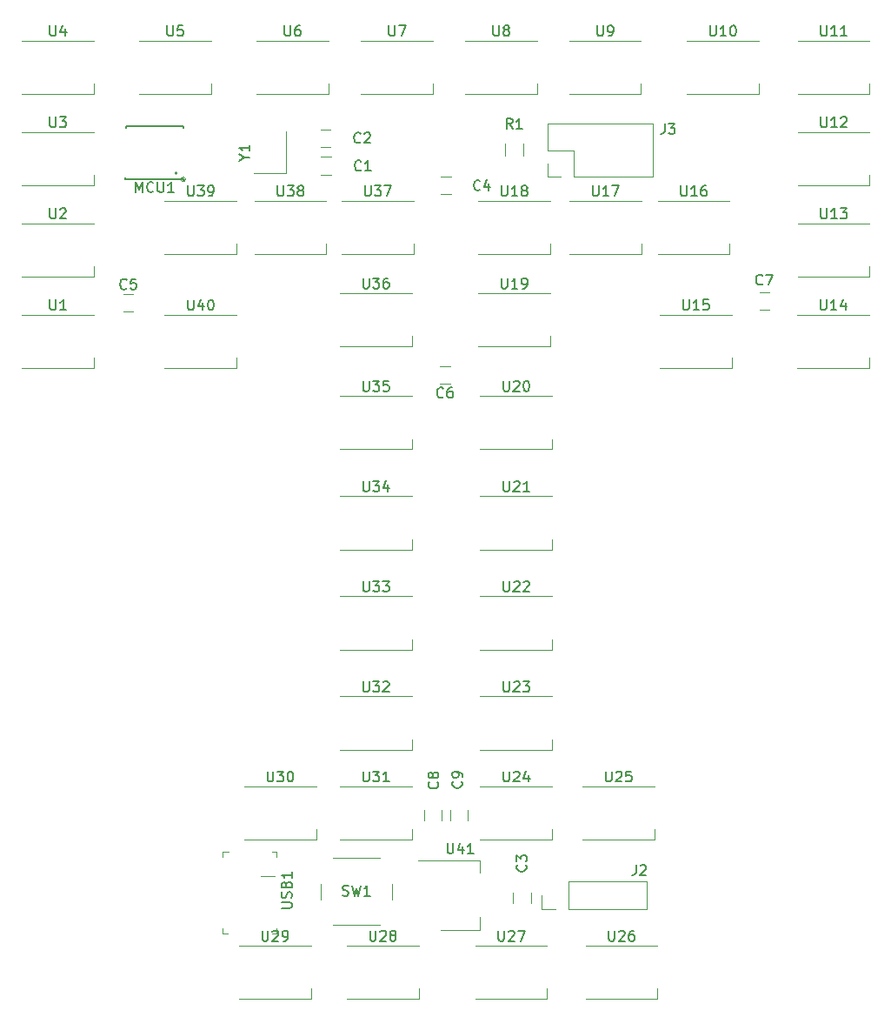
<source format=gbr>
G04 #@! TF.GenerationSoftware,KiCad,Pcbnew,(5.0.0)*
G04 #@! TF.CreationDate,2020-02-18T19:39:13-05:00*
G04 #@! TF.ProjectId,WS2812B Tiny T,575332383132422054696E7920542E6B,rev?*
G04 #@! TF.SameCoordinates,Original*
G04 #@! TF.FileFunction,Legend,Top*
G04 #@! TF.FilePolarity,Positive*
%FSLAX46Y46*%
G04 Gerber Fmt 4.6, Leading zero omitted, Abs format (unit mm)*
G04 Created by KiCad (PCBNEW (5.0.0)) date 02/18/20 19:39:13*
%MOMM*%
%LPD*%
G01*
G04 APERTURE LIST*
%ADD10C,0.120000*%
%ADD11C,0.100000*%
%ADD12C,0.150000*%
G04 APERTURE END LIST*
D10*
G04 #@! TO.C,U1*
X93162000Y-89912500D02*
X93162000Y-88912500D01*
X86162000Y-89912500D02*
X93162000Y-89912500D01*
X86162000Y-84712500D02*
X93162000Y-84712500D01*
G04 #@! TO.C,U2*
X86162000Y-75822500D02*
X93162000Y-75822500D01*
X86162000Y-81022500D02*
X93162000Y-81022500D01*
X93162000Y-81022500D02*
X93162000Y-80022500D01*
G04 #@! TO.C,U3*
X93162000Y-72132500D02*
X93162000Y-71132500D01*
X86162000Y-72132500D02*
X93162000Y-72132500D01*
X86162000Y-66932500D02*
X93162000Y-66932500D01*
G04 #@! TO.C,U4*
X86162000Y-58042500D02*
X93162000Y-58042500D01*
X86162000Y-63242500D02*
X93162000Y-63242500D01*
X93162000Y-63242500D02*
X93162000Y-62242500D01*
G04 #@! TO.C,U5*
X104592000Y-63242500D02*
X104592000Y-62242500D01*
X97592000Y-63242500D02*
X104592000Y-63242500D01*
X97592000Y-58042500D02*
X104592000Y-58042500D01*
G04 #@! TO.C,U6*
X109022000Y-58042500D02*
X116022000Y-58042500D01*
X109022000Y-63242500D02*
X116022000Y-63242500D01*
X116022000Y-63242500D02*
X116022000Y-62242500D01*
G04 #@! TO.C,U7*
X126182000Y-63242500D02*
X126182000Y-62242500D01*
X119182000Y-63242500D02*
X126182000Y-63242500D01*
X119182000Y-58042500D02*
X126182000Y-58042500D01*
G04 #@! TO.C,U8*
X129342000Y-58042500D02*
X136342000Y-58042500D01*
X129342000Y-63242500D02*
X136342000Y-63242500D01*
X136342000Y-63242500D02*
X136342000Y-62242500D01*
G04 #@! TO.C,U9*
X146462000Y-63242500D02*
X146462000Y-62242500D01*
X139462000Y-63242500D02*
X146462000Y-63242500D01*
X139462000Y-58042500D02*
X146462000Y-58042500D01*
G04 #@! TO.C,U10*
X150932000Y-58042500D02*
X157932000Y-58042500D01*
X150932000Y-63242500D02*
X157932000Y-63242500D01*
X157932000Y-63242500D02*
X157932000Y-62242500D01*
G04 #@! TO.C,U11*
X168727000Y-63242500D02*
X168727000Y-62242500D01*
X161727000Y-63242500D02*
X168727000Y-63242500D01*
X161727000Y-58042500D02*
X168727000Y-58042500D01*
G04 #@! TO.C,U12*
X161727000Y-66932500D02*
X168727000Y-66932500D01*
X161727000Y-72132500D02*
X168727000Y-72132500D01*
X168727000Y-72132500D02*
X168727000Y-71132500D01*
G04 #@! TO.C,U13*
X168727000Y-81022500D02*
X168727000Y-80022500D01*
X161727000Y-81022500D02*
X168727000Y-81022500D01*
X161727000Y-75822500D02*
X168727000Y-75822500D01*
G04 #@! TO.C,U15*
X148301000Y-84712500D02*
X155301000Y-84712500D01*
X148301000Y-89912500D02*
X155301000Y-89912500D01*
X155301000Y-89912500D02*
X155301000Y-88912500D01*
G04 #@! TO.C,U16*
X155098000Y-78822500D02*
X155098000Y-77822500D01*
X148098000Y-78822500D02*
X155098000Y-78822500D01*
X148098000Y-73622500D02*
X155098000Y-73622500D01*
G04 #@! TO.C,U17*
X139502000Y-73622500D02*
X146502000Y-73622500D01*
X139502000Y-78822500D02*
X146502000Y-78822500D01*
X146502000Y-78822500D02*
X146502000Y-77822500D01*
G04 #@! TO.C,U18*
X137612000Y-78822500D02*
X137612000Y-77822500D01*
X130612000Y-78822500D02*
X137612000Y-78822500D01*
X130612000Y-73622500D02*
X137612000Y-73622500D01*
G04 #@! TO.C,U19*
X130612000Y-82622500D02*
X137612000Y-82622500D01*
X130612000Y-87822500D02*
X137612000Y-87822500D01*
X137612000Y-87822500D02*
X137612000Y-86822500D01*
G04 #@! TO.C,U20*
X137812000Y-97822500D02*
X137812000Y-96822500D01*
X130812000Y-97822500D02*
X137812000Y-97822500D01*
X130812000Y-92622500D02*
X137812000Y-92622500D01*
G04 #@! TO.C,U21*
X137812000Y-107572500D02*
X137812000Y-106572500D01*
X130812000Y-107572500D02*
X137812000Y-107572500D01*
X130812000Y-102372500D02*
X137812000Y-102372500D01*
G04 #@! TO.C,U22*
X130812000Y-112122500D02*
X137812000Y-112122500D01*
X130812000Y-117322500D02*
X137812000Y-117322500D01*
X137812000Y-117322500D02*
X137812000Y-116322500D01*
G04 #@! TO.C,U23*
X137812000Y-127072500D02*
X137812000Y-126072500D01*
X130812000Y-127072500D02*
X137812000Y-127072500D01*
X130812000Y-121872500D02*
X137812000Y-121872500D01*
G04 #@! TO.C,U24*
X130812000Y-130622500D02*
X137812000Y-130622500D01*
X130812000Y-135822500D02*
X137812000Y-135822500D01*
X137812000Y-135822500D02*
X137812000Y-134822500D01*
G04 #@! TO.C,U25*
X147772000Y-135822500D02*
X147772000Y-134822500D01*
X140772000Y-135822500D02*
X147772000Y-135822500D01*
X140772000Y-130622500D02*
X147772000Y-130622500D01*
G04 #@! TO.C,U26*
X141062000Y-146122500D02*
X148062000Y-146122500D01*
X141062000Y-151322500D02*
X148062000Y-151322500D01*
X148062000Y-151322500D02*
X148062000Y-150322500D01*
G04 #@! TO.C,U27*
X137312000Y-151322500D02*
X137312000Y-150322500D01*
X130312000Y-151322500D02*
X137312000Y-151322500D01*
X130312000Y-146122500D02*
X137312000Y-146122500D01*
G04 #@! TO.C,U28*
X117812000Y-146122500D02*
X124812000Y-146122500D01*
X117812000Y-151322500D02*
X124812000Y-151322500D01*
X124812000Y-151322500D02*
X124812000Y-150322500D01*
G04 #@! TO.C,U29*
X114312000Y-151322500D02*
X114312000Y-150322500D01*
X107312000Y-151322500D02*
X114312000Y-151322500D01*
X107312000Y-146122500D02*
X114312000Y-146122500D01*
G04 #@! TO.C,U30*
X107812000Y-130622500D02*
X114812000Y-130622500D01*
X107812000Y-135822500D02*
X114812000Y-135822500D01*
X114812000Y-135822500D02*
X114812000Y-134822500D01*
G04 #@! TO.C,U31*
X124142000Y-135822500D02*
X124142000Y-134822500D01*
X117142000Y-135822500D02*
X124142000Y-135822500D01*
X117142000Y-130622500D02*
X124142000Y-130622500D01*
G04 #@! TO.C,U32*
X117142000Y-121872500D02*
X124142000Y-121872500D01*
X117142000Y-127072500D02*
X124142000Y-127072500D01*
X124142000Y-127072500D02*
X124142000Y-126072500D01*
G04 #@! TO.C,U33*
X124142000Y-117322500D02*
X124142000Y-116322500D01*
X117142000Y-117322500D02*
X124142000Y-117322500D01*
X117142000Y-112122500D02*
X124142000Y-112122500D01*
G04 #@! TO.C,U34*
X117142000Y-102372500D02*
X124142000Y-102372500D01*
X117142000Y-107572500D02*
X124142000Y-107572500D01*
X124142000Y-107572500D02*
X124142000Y-106572500D01*
G04 #@! TO.C,U35*
X124142000Y-97822500D02*
X124142000Y-96822500D01*
X117142000Y-97822500D02*
X124142000Y-97822500D01*
X117142000Y-92622500D02*
X124142000Y-92622500D01*
G04 #@! TO.C,U36*
X117142000Y-82622500D02*
X124142000Y-82622500D01*
X117142000Y-87822500D02*
X124142000Y-87822500D01*
X124142000Y-87822500D02*
X124142000Y-86822500D01*
G04 #@! TO.C,U37*
X124312000Y-78822500D02*
X124312000Y-77822500D01*
X117312000Y-78822500D02*
X124312000Y-78822500D01*
X117312000Y-73622500D02*
X124312000Y-73622500D01*
G04 #@! TO.C,U38*
X108812000Y-73622500D02*
X115812000Y-73622500D01*
X108812000Y-78822500D02*
X115812000Y-78822500D01*
X115812000Y-78822500D02*
X115812000Y-77822500D01*
G04 #@! TO.C,U39*
X107062000Y-78822500D02*
X107062000Y-77822500D01*
X100062000Y-78822500D02*
X107062000Y-78822500D01*
X100062000Y-73622500D02*
X107062000Y-73622500D01*
G04 #@! TO.C,U14*
X168687000Y-89912500D02*
X168687000Y-88912500D01*
X161687000Y-89912500D02*
X168687000Y-89912500D01*
X161687000Y-84712500D02*
X168687000Y-84712500D01*
G04 #@! TO.C,C1*
X116304000Y-69381000D02*
X115304000Y-69381000D01*
X115304000Y-71081000D02*
X116304000Y-71081000D01*
G04 #@! TO.C,C2*
X115240500Y-68414000D02*
X116240500Y-68414000D01*
X116240500Y-66714000D02*
X115240500Y-66714000D01*
G04 #@! TO.C,C3*
X135724000Y-141945500D02*
X135724000Y-140945500D01*
X134024000Y-140945500D02*
X134024000Y-141945500D01*
G04 #@! TO.C,C4*
X126937000Y-73024100D02*
X127937000Y-73024100D01*
X127937000Y-71324100D02*
X126937000Y-71324100D01*
G04 #@! TO.C,C5*
X96020000Y-84403300D02*
X97020000Y-84403300D01*
X97020000Y-82703300D02*
X96020000Y-82703300D01*
G04 #@! TO.C,C6*
X126876000Y-91464500D02*
X127876000Y-91464500D01*
X127876000Y-89764500D02*
X126876000Y-89764500D01*
G04 #@! TO.C,C7*
X158996000Y-82550900D02*
X157996000Y-82550900D01*
X157996000Y-84250900D02*
X158996000Y-84250900D01*
G04 #@! TO.C,C8*
X125337000Y-132938500D02*
X125337000Y-133938500D01*
X127037000Y-133938500D02*
X127037000Y-132938500D01*
G04 #@! TO.C,C9*
X129551000Y-133919500D02*
X129551000Y-132919500D01*
X127851000Y-132919500D02*
X127851000Y-133919500D01*
G04 #@! TO.C,J2*
X136782000Y-142552500D02*
X136782000Y-141222500D01*
X138112000Y-142552500D02*
X136782000Y-142552500D01*
X139382000Y-142552500D02*
X139382000Y-139892500D01*
X139382000Y-139892500D02*
X147062000Y-139892500D01*
X139382000Y-142552500D02*
X147062000Y-142552500D01*
X147062000Y-142552500D02*
X147062000Y-139892500D01*
G04 #@! TO.C,U40*
X107062000Y-89922500D02*
X107062000Y-88922500D01*
X100062000Y-89922500D02*
X107062000Y-89922500D01*
X100062000Y-84722500D02*
X107062000Y-84722500D01*
G04 #@! TO.C,SW1*
X122250000Y-141622500D02*
X122250000Y-140122500D01*
X121000000Y-137622500D02*
X116500000Y-137622500D01*
X115250000Y-140122500D02*
X115250000Y-141622500D01*
X116500000Y-144122500D02*
X121000000Y-144122500D01*
G04 #@! TO.C,J3*
X137350000Y-71323500D02*
X137350000Y-69993500D01*
X138680000Y-71323500D02*
X137350000Y-71323500D01*
X137350000Y-68723500D02*
X137350000Y-66123500D01*
X139950000Y-68723500D02*
X137350000Y-68723500D01*
X139950000Y-71323500D02*
X139950000Y-68723500D01*
X137350000Y-66123500D02*
X147630000Y-66123500D01*
X139950000Y-71323500D02*
X147630000Y-71323500D01*
X147630000Y-71323500D02*
X147630000Y-66123500D01*
G04 #@! TO.C,R1*
X134992000Y-68053700D02*
X134992000Y-69253700D01*
X133232000Y-69253700D02*
X133232000Y-68053700D01*
D11*
G04 #@! TO.C,MCU1*
X102112607Y-71561000D02*
G75*
G03X102112607Y-71561000I-223607J0D01*
G01*
X102030421Y-71561000D02*
G75*
G03X102030421Y-71561000I-141421J0D01*
G01*
X101330421Y-70961000D02*
G75*
G03X101330421Y-70961000I-141421J0D01*
G01*
D12*
X101889000Y-71561000D02*
X101889000Y-71461000D01*
X96189000Y-71561000D02*
X96189000Y-71361000D01*
X96289000Y-66386000D02*
X96289000Y-66531000D01*
X101889000Y-66361000D02*
X101889000Y-66561000D01*
X101889000Y-71561000D02*
X96189000Y-71561000D01*
X101864000Y-66361000D02*
X96289000Y-66361000D01*
D10*
G04 #@! TO.C,Y1*
X111912500Y-70918000D02*
X111912500Y-66918000D01*
X108762500Y-70918000D02*
X111912500Y-70918000D01*
D11*
G04 #@! TO.C,USB1*
X105750000Y-144962500D02*
X105750000Y-144462500D01*
X105750000Y-144962500D02*
X106250000Y-144962500D01*
X111000000Y-144962500D02*
X111000000Y-144462500D01*
X111000000Y-144962500D02*
X110500000Y-144962500D01*
X110750000Y-139362500D02*
X109450000Y-139362500D01*
X105750000Y-136962500D02*
X105750000Y-137462500D01*
X105750000Y-136962500D02*
X106300000Y-136962500D01*
X111000000Y-136962500D02*
X111000000Y-137462500D01*
X111000000Y-136962500D02*
X110500000Y-136962500D01*
D10*
G04 #@! TO.C,U41*
X124750000Y-137801500D02*
X130760000Y-137801500D01*
X127000000Y-144621500D02*
X130760000Y-144621500D01*
X130760000Y-137801500D02*
X130760000Y-139061500D01*
X130760000Y-144621500D02*
X130760000Y-143361500D01*
G04 #@! TO.C,U1*
D12*
X88900095Y-83264880D02*
X88900095Y-84074404D01*
X88947714Y-84169642D01*
X88995333Y-84217261D01*
X89090571Y-84264880D01*
X89281047Y-84264880D01*
X89376285Y-84217261D01*
X89423904Y-84169642D01*
X89471523Y-84074404D01*
X89471523Y-83264880D01*
X90471523Y-84264880D02*
X89900095Y-84264880D01*
X90185809Y-84264880D02*
X90185809Y-83264880D01*
X90090571Y-83407738D01*
X89995333Y-83502976D01*
X89900095Y-83550595D01*
G04 #@! TO.C,U2*
X88900095Y-74374880D02*
X88900095Y-75184404D01*
X88947714Y-75279642D01*
X88995333Y-75327261D01*
X89090571Y-75374880D01*
X89281047Y-75374880D01*
X89376285Y-75327261D01*
X89423904Y-75279642D01*
X89471523Y-75184404D01*
X89471523Y-74374880D01*
X89900095Y-74470119D02*
X89947714Y-74422500D01*
X90042952Y-74374880D01*
X90281047Y-74374880D01*
X90376285Y-74422500D01*
X90423904Y-74470119D01*
X90471523Y-74565357D01*
X90471523Y-74660595D01*
X90423904Y-74803452D01*
X89852476Y-75374880D01*
X90471523Y-75374880D01*
G04 #@! TO.C,U3*
X88900095Y-65484880D02*
X88900095Y-66294404D01*
X88947714Y-66389642D01*
X88995333Y-66437261D01*
X89090571Y-66484880D01*
X89281047Y-66484880D01*
X89376285Y-66437261D01*
X89423904Y-66389642D01*
X89471523Y-66294404D01*
X89471523Y-65484880D01*
X89852476Y-65484880D02*
X90471523Y-65484880D01*
X90138190Y-65865833D01*
X90281047Y-65865833D01*
X90376285Y-65913452D01*
X90423904Y-65961071D01*
X90471523Y-66056309D01*
X90471523Y-66294404D01*
X90423904Y-66389642D01*
X90376285Y-66437261D01*
X90281047Y-66484880D01*
X89995333Y-66484880D01*
X89900095Y-66437261D01*
X89852476Y-66389642D01*
G04 #@! TO.C,U4*
X88900095Y-56594880D02*
X88900095Y-57404404D01*
X88947714Y-57499642D01*
X88995333Y-57547261D01*
X89090571Y-57594880D01*
X89281047Y-57594880D01*
X89376285Y-57547261D01*
X89423904Y-57499642D01*
X89471523Y-57404404D01*
X89471523Y-56594880D01*
X90376285Y-56928214D02*
X90376285Y-57594880D01*
X90138190Y-56547261D02*
X89900095Y-57261547D01*
X90519142Y-57261547D01*
G04 #@! TO.C,U5*
X100330095Y-56594880D02*
X100330095Y-57404404D01*
X100377714Y-57499642D01*
X100425333Y-57547261D01*
X100520571Y-57594880D01*
X100711047Y-57594880D01*
X100806285Y-57547261D01*
X100853904Y-57499642D01*
X100901523Y-57404404D01*
X100901523Y-56594880D01*
X101853904Y-56594880D02*
X101377714Y-56594880D01*
X101330095Y-57071071D01*
X101377714Y-57023452D01*
X101472952Y-56975833D01*
X101711047Y-56975833D01*
X101806285Y-57023452D01*
X101853904Y-57071071D01*
X101901523Y-57166309D01*
X101901523Y-57404404D01*
X101853904Y-57499642D01*
X101806285Y-57547261D01*
X101711047Y-57594880D01*
X101472952Y-57594880D01*
X101377714Y-57547261D01*
X101330095Y-57499642D01*
G04 #@! TO.C,U6*
X111760095Y-56594880D02*
X111760095Y-57404404D01*
X111807714Y-57499642D01*
X111855333Y-57547261D01*
X111950571Y-57594880D01*
X112141047Y-57594880D01*
X112236285Y-57547261D01*
X112283904Y-57499642D01*
X112331523Y-57404404D01*
X112331523Y-56594880D01*
X113236285Y-56594880D02*
X113045809Y-56594880D01*
X112950571Y-56642500D01*
X112902952Y-56690119D01*
X112807714Y-56832976D01*
X112760095Y-57023452D01*
X112760095Y-57404404D01*
X112807714Y-57499642D01*
X112855333Y-57547261D01*
X112950571Y-57594880D01*
X113141047Y-57594880D01*
X113236285Y-57547261D01*
X113283904Y-57499642D01*
X113331523Y-57404404D01*
X113331523Y-57166309D01*
X113283904Y-57071071D01*
X113236285Y-57023452D01*
X113141047Y-56975833D01*
X112950571Y-56975833D01*
X112855333Y-57023452D01*
X112807714Y-57071071D01*
X112760095Y-57166309D01*
G04 #@! TO.C,U7*
X121920095Y-56594880D02*
X121920095Y-57404404D01*
X121967714Y-57499642D01*
X122015333Y-57547261D01*
X122110571Y-57594880D01*
X122301047Y-57594880D01*
X122396285Y-57547261D01*
X122443904Y-57499642D01*
X122491523Y-57404404D01*
X122491523Y-56594880D01*
X122872476Y-56594880D02*
X123539142Y-56594880D01*
X123110571Y-57594880D01*
G04 #@! TO.C,U8*
X132080095Y-56594880D02*
X132080095Y-57404404D01*
X132127714Y-57499642D01*
X132175333Y-57547261D01*
X132270571Y-57594880D01*
X132461047Y-57594880D01*
X132556285Y-57547261D01*
X132603904Y-57499642D01*
X132651523Y-57404404D01*
X132651523Y-56594880D01*
X133270571Y-57023452D02*
X133175333Y-56975833D01*
X133127714Y-56928214D01*
X133080095Y-56832976D01*
X133080095Y-56785357D01*
X133127714Y-56690119D01*
X133175333Y-56642500D01*
X133270571Y-56594880D01*
X133461047Y-56594880D01*
X133556285Y-56642500D01*
X133603904Y-56690119D01*
X133651523Y-56785357D01*
X133651523Y-56832976D01*
X133603904Y-56928214D01*
X133556285Y-56975833D01*
X133461047Y-57023452D01*
X133270571Y-57023452D01*
X133175333Y-57071071D01*
X133127714Y-57118690D01*
X133080095Y-57213928D01*
X133080095Y-57404404D01*
X133127714Y-57499642D01*
X133175333Y-57547261D01*
X133270571Y-57594880D01*
X133461047Y-57594880D01*
X133556285Y-57547261D01*
X133603904Y-57499642D01*
X133651523Y-57404404D01*
X133651523Y-57213928D01*
X133603904Y-57118690D01*
X133556285Y-57071071D01*
X133461047Y-57023452D01*
G04 #@! TO.C,U9*
X142200095Y-56594880D02*
X142200095Y-57404404D01*
X142247714Y-57499642D01*
X142295333Y-57547261D01*
X142390571Y-57594880D01*
X142581047Y-57594880D01*
X142676285Y-57547261D01*
X142723904Y-57499642D01*
X142771523Y-57404404D01*
X142771523Y-56594880D01*
X143295333Y-57594880D02*
X143485809Y-57594880D01*
X143581047Y-57547261D01*
X143628666Y-57499642D01*
X143723904Y-57356785D01*
X143771523Y-57166309D01*
X143771523Y-56785357D01*
X143723904Y-56690119D01*
X143676285Y-56642500D01*
X143581047Y-56594880D01*
X143390571Y-56594880D01*
X143295333Y-56642500D01*
X143247714Y-56690119D01*
X143200095Y-56785357D01*
X143200095Y-57023452D01*
X143247714Y-57118690D01*
X143295333Y-57166309D01*
X143390571Y-57213928D01*
X143581047Y-57213928D01*
X143676285Y-57166309D01*
X143723904Y-57118690D01*
X143771523Y-57023452D01*
G04 #@! TO.C,U10*
X153193904Y-56594880D02*
X153193904Y-57404404D01*
X153241523Y-57499642D01*
X153289142Y-57547261D01*
X153384380Y-57594880D01*
X153574857Y-57594880D01*
X153670095Y-57547261D01*
X153717714Y-57499642D01*
X153765333Y-57404404D01*
X153765333Y-56594880D01*
X154765333Y-57594880D02*
X154193904Y-57594880D01*
X154479619Y-57594880D02*
X154479619Y-56594880D01*
X154384380Y-56737738D01*
X154289142Y-56832976D01*
X154193904Y-56880595D01*
X155384380Y-56594880D02*
X155479619Y-56594880D01*
X155574857Y-56642500D01*
X155622476Y-56690119D01*
X155670095Y-56785357D01*
X155717714Y-56975833D01*
X155717714Y-57213928D01*
X155670095Y-57404404D01*
X155622476Y-57499642D01*
X155574857Y-57547261D01*
X155479619Y-57594880D01*
X155384380Y-57594880D01*
X155289142Y-57547261D01*
X155241523Y-57499642D01*
X155193904Y-57404404D01*
X155146285Y-57213928D01*
X155146285Y-56975833D01*
X155193904Y-56785357D01*
X155241523Y-56690119D01*
X155289142Y-56642500D01*
X155384380Y-56594880D01*
G04 #@! TO.C,U11*
X163988904Y-56594880D02*
X163988904Y-57404404D01*
X164036523Y-57499642D01*
X164084142Y-57547261D01*
X164179380Y-57594880D01*
X164369857Y-57594880D01*
X164465095Y-57547261D01*
X164512714Y-57499642D01*
X164560333Y-57404404D01*
X164560333Y-56594880D01*
X165560333Y-57594880D02*
X164988904Y-57594880D01*
X165274619Y-57594880D02*
X165274619Y-56594880D01*
X165179380Y-56737738D01*
X165084142Y-56832976D01*
X164988904Y-56880595D01*
X166512714Y-57594880D02*
X165941285Y-57594880D01*
X166227000Y-57594880D02*
X166227000Y-56594880D01*
X166131761Y-56737738D01*
X166036523Y-56832976D01*
X165941285Y-56880595D01*
G04 #@! TO.C,U12*
X163988904Y-65484880D02*
X163988904Y-66294404D01*
X164036523Y-66389642D01*
X164084142Y-66437261D01*
X164179380Y-66484880D01*
X164369857Y-66484880D01*
X164465095Y-66437261D01*
X164512714Y-66389642D01*
X164560333Y-66294404D01*
X164560333Y-65484880D01*
X165560333Y-66484880D02*
X164988904Y-66484880D01*
X165274619Y-66484880D02*
X165274619Y-65484880D01*
X165179380Y-65627738D01*
X165084142Y-65722976D01*
X164988904Y-65770595D01*
X165941285Y-65580119D02*
X165988904Y-65532500D01*
X166084142Y-65484880D01*
X166322238Y-65484880D01*
X166417476Y-65532500D01*
X166465095Y-65580119D01*
X166512714Y-65675357D01*
X166512714Y-65770595D01*
X166465095Y-65913452D01*
X165893666Y-66484880D01*
X166512714Y-66484880D01*
G04 #@! TO.C,U13*
X163988904Y-74374880D02*
X163988904Y-75184404D01*
X164036523Y-75279642D01*
X164084142Y-75327261D01*
X164179380Y-75374880D01*
X164369857Y-75374880D01*
X164465095Y-75327261D01*
X164512714Y-75279642D01*
X164560333Y-75184404D01*
X164560333Y-74374880D01*
X165560333Y-75374880D02*
X164988904Y-75374880D01*
X165274619Y-75374880D02*
X165274619Y-74374880D01*
X165179380Y-74517738D01*
X165084142Y-74612976D01*
X164988904Y-74660595D01*
X165893666Y-74374880D02*
X166512714Y-74374880D01*
X166179380Y-74755833D01*
X166322238Y-74755833D01*
X166417476Y-74803452D01*
X166465095Y-74851071D01*
X166512714Y-74946309D01*
X166512714Y-75184404D01*
X166465095Y-75279642D01*
X166417476Y-75327261D01*
X166322238Y-75374880D01*
X166036523Y-75374880D01*
X165941285Y-75327261D01*
X165893666Y-75279642D01*
G04 #@! TO.C,U15*
X150562904Y-83264880D02*
X150562904Y-84074404D01*
X150610523Y-84169642D01*
X150658142Y-84217261D01*
X150753380Y-84264880D01*
X150943857Y-84264880D01*
X151039095Y-84217261D01*
X151086714Y-84169642D01*
X151134333Y-84074404D01*
X151134333Y-83264880D01*
X152134333Y-84264880D02*
X151562904Y-84264880D01*
X151848619Y-84264880D02*
X151848619Y-83264880D01*
X151753380Y-83407738D01*
X151658142Y-83502976D01*
X151562904Y-83550595D01*
X153039095Y-83264880D02*
X152562904Y-83264880D01*
X152515285Y-83741071D01*
X152562904Y-83693452D01*
X152658142Y-83645833D01*
X152896238Y-83645833D01*
X152991476Y-83693452D01*
X153039095Y-83741071D01*
X153086714Y-83836309D01*
X153086714Y-84074404D01*
X153039095Y-84169642D01*
X152991476Y-84217261D01*
X152896238Y-84264880D01*
X152658142Y-84264880D01*
X152562904Y-84217261D01*
X152515285Y-84169642D01*
G04 #@! TO.C,U16*
X150359904Y-72174880D02*
X150359904Y-72984404D01*
X150407523Y-73079642D01*
X150455142Y-73127261D01*
X150550380Y-73174880D01*
X150740857Y-73174880D01*
X150836095Y-73127261D01*
X150883714Y-73079642D01*
X150931333Y-72984404D01*
X150931333Y-72174880D01*
X151931333Y-73174880D02*
X151359904Y-73174880D01*
X151645619Y-73174880D02*
X151645619Y-72174880D01*
X151550380Y-72317738D01*
X151455142Y-72412976D01*
X151359904Y-72460595D01*
X152788476Y-72174880D02*
X152598000Y-72174880D01*
X152502761Y-72222500D01*
X152455142Y-72270119D01*
X152359904Y-72412976D01*
X152312285Y-72603452D01*
X152312285Y-72984404D01*
X152359904Y-73079642D01*
X152407523Y-73127261D01*
X152502761Y-73174880D01*
X152693238Y-73174880D01*
X152788476Y-73127261D01*
X152836095Y-73079642D01*
X152883714Y-72984404D01*
X152883714Y-72746309D01*
X152836095Y-72651071D01*
X152788476Y-72603452D01*
X152693238Y-72555833D01*
X152502761Y-72555833D01*
X152407523Y-72603452D01*
X152359904Y-72651071D01*
X152312285Y-72746309D01*
G04 #@! TO.C,U17*
X141763904Y-72174880D02*
X141763904Y-72984404D01*
X141811523Y-73079642D01*
X141859142Y-73127261D01*
X141954380Y-73174880D01*
X142144857Y-73174880D01*
X142240095Y-73127261D01*
X142287714Y-73079642D01*
X142335333Y-72984404D01*
X142335333Y-72174880D01*
X143335333Y-73174880D02*
X142763904Y-73174880D01*
X143049619Y-73174880D02*
X143049619Y-72174880D01*
X142954380Y-72317738D01*
X142859142Y-72412976D01*
X142763904Y-72460595D01*
X143668666Y-72174880D02*
X144335333Y-72174880D01*
X143906761Y-73174880D01*
G04 #@! TO.C,U18*
X132873904Y-72174880D02*
X132873904Y-72984404D01*
X132921523Y-73079642D01*
X132969142Y-73127261D01*
X133064380Y-73174880D01*
X133254857Y-73174880D01*
X133350095Y-73127261D01*
X133397714Y-73079642D01*
X133445333Y-72984404D01*
X133445333Y-72174880D01*
X134445333Y-73174880D02*
X133873904Y-73174880D01*
X134159619Y-73174880D02*
X134159619Y-72174880D01*
X134064380Y-72317738D01*
X133969142Y-72412976D01*
X133873904Y-72460595D01*
X135016761Y-72603452D02*
X134921523Y-72555833D01*
X134873904Y-72508214D01*
X134826285Y-72412976D01*
X134826285Y-72365357D01*
X134873904Y-72270119D01*
X134921523Y-72222500D01*
X135016761Y-72174880D01*
X135207238Y-72174880D01*
X135302476Y-72222500D01*
X135350095Y-72270119D01*
X135397714Y-72365357D01*
X135397714Y-72412976D01*
X135350095Y-72508214D01*
X135302476Y-72555833D01*
X135207238Y-72603452D01*
X135016761Y-72603452D01*
X134921523Y-72651071D01*
X134873904Y-72698690D01*
X134826285Y-72793928D01*
X134826285Y-72984404D01*
X134873904Y-73079642D01*
X134921523Y-73127261D01*
X135016761Y-73174880D01*
X135207238Y-73174880D01*
X135302476Y-73127261D01*
X135350095Y-73079642D01*
X135397714Y-72984404D01*
X135397714Y-72793928D01*
X135350095Y-72698690D01*
X135302476Y-72651071D01*
X135207238Y-72603452D01*
G04 #@! TO.C,U19*
X132873904Y-81174880D02*
X132873904Y-81984404D01*
X132921523Y-82079642D01*
X132969142Y-82127261D01*
X133064380Y-82174880D01*
X133254857Y-82174880D01*
X133350095Y-82127261D01*
X133397714Y-82079642D01*
X133445333Y-81984404D01*
X133445333Y-81174880D01*
X134445333Y-82174880D02*
X133873904Y-82174880D01*
X134159619Y-82174880D02*
X134159619Y-81174880D01*
X134064380Y-81317738D01*
X133969142Y-81412976D01*
X133873904Y-81460595D01*
X134921523Y-82174880D02*
X135112000Y-82174880D01*
X135207238Y-82127261D01*
X135254857Y-82079642D01*
X135350095Y-81936785D01*
X135397714Y-81746309D01*
X135397714Y-81365357D01*
X135350095Y-81270119D01*
X135302476Y-81222500D01*
X135207238Y-81174880D01*
X135016761Y-81174880D01*
X134921523Y-81222500D01*
X134873904Y-81270119D01*
X134826285Y-81365357D01*
X134826285Y-81603452D01*
X134873904Y-81698690D01*
X134921523Y-81746309D01*
X135016761Y-81793928D01*
X135207238Y-81793928D01*
X135302476Y-81746309D01*
X135350095Y-81698690D01*
X135397714Y-81603452D01*
G04 #@! TO.C,U20*
X133073904Y-91174880D02*
X133073904Y-91984404D01*
X133121523Y-92079642D01*
X133169142Y-92127261D01*
X133264380Y-92174880D01*
X133454857Y-92174880D01*
X133550095Y-92127261D01*
X133597714Y-92079642D01*
X133645333Y-91984404D01*
X133645333Y-91174880D01*
X134073904Y-91270119D02*
X134121523Y-91222500D01*
X134216761Y-91174880D01*
X134454857Y-91174880D01*
X134550095Y-91222500D01*
X134597714Y-91270119D01*
X134645333Y-91365357D01*
X134645333Y-91460595D01*
X134597714Y-91603452D01*
X134026285Y-92174880D01*
X134645333Y-92174880D01*
X135264380Y-91174880D02*
X135359619Y-91174880D01*
X135454857Y-91222500D01*
X135502476Y-91270119D01*
X135550095Y-91365357D01*
X135597714Y-91555833D01*
X135597714Y-91793928D01*
X135550095Y-91984404D01*
X135502476Y-92079642D01*
X135454857Y-92127261D01*
X135359619Y-92174880D01*
X135264380Y-92174880D01*
X135169142Y-92127261D01*
X135121523Y-92079642D01*
X135073904Y-91984404D01*
X135026285Y-91793928D01*
X135026285Y-91555833D01*
X135073904Y-91365357D01*
X135121523Y-91270119D01*
X135169142Y-91222500D01*
X135264380Y-91174880D01*
G04 #@! TO.C,U21*
X133073904Y-100924880D02*
X133073904Y-101734404D01*
X133121523Y-101829642D01*
X133169142Y-101877261D01*
X133264380Y-101924880D01*
X133454857Y-101924880D01*
X133550095Y-101877261D01*
X133597714Y-101829642D01*
X133645333Y-101734404D01*
X133645333Y-100924880D01*
X134073904Y-101020119D02*
X134121523Y-100972500D01*
X134216761Y-100924880D01*
X134454857Y-100924880D01*
X134550095Y-100972500D01*
X134597714Y-101020119D01*
X134645333Y-101115357D01*
X134645333Y-101210595D01*
X134597714Y-101353452D01*
X134026285Y-101924880D01*
X134645333Y-101924880D01*
X135597714Y-101924880D02*
X135026285Y-101924880D01*
X135312000Y-101924880D02*
X135312000Y-100924880D01*
X135216761Y-101067738D01*
X135121523Y-101162976D01*
X135026285Y-101210595D01*
G04 #@! TO.C,U22*
X133073904Y-110674880D02*
X133073904Y-111484404D01*
X133121523Y-111579642D01*
X133169142Y-111627261D01*
X133264380Y-111674880D01*
X133454857Y-111674880D01*
X133550095Y-111627261D01*
X133597714Y-111579642D01*
X133645333Y-111484404D01*
X133645333Y-110674880D01*
X134073904Y-110770119D02*
X134121523Y-110722500D01*
X134216761Y-110674880D01*
X134454857Y-110674880D01*
X134550095Y-110722500D01*
X134597714Y-110770119D01*
X134645333Y-110865357D01*
X134645333Y-110960595D01*
X134597714Y-111103452D01*
X134026285Y-111674880D01*
X134645333Y-111674880D01*
X135026285Y-110770119D02*
X135073904Y-110722500D01*
X135169142Y-110674880D01*
X135407238Y-110674880D01*
X135502476Y-110722500D01*
X135550095Y-110770119D01*
X135597714Y-110865357D01*
X135597714Y-110960595D01*
X135550095Y-111103452D01*
X134978666Y-111674880D01*
X135597714Y-111674880D01*
G04 #@! TO.C,U23*
X133073904Y-120424880D02*
X133073904Y-121234404D01*
X133121523Y-121329642D01*
X133169142Y-121377261D01*
X133264380Y-121424880D01*
X133454857Y-121424880D01*
X133550095Y-121377261D01*
X133597714Y-121329642D01*
X133645333Y-121234404D01*
X133645333Y-120424880D01*
X134073904Y-120520119D02*
X134121523Y-120472500D01*
X134216761Y-120424880D01*
X134454857Y-120424880D01*
X134550095Y-120472500D01*
X134597714Y-120520119D01*
X134645333Y-120615357D01*
X134645333Y-120710595D01*
X134597714Y-120853452D01*
X134026285Y-121424880D01*
X134645333Y-121424880D01*
X134978666Y-120424880D02*
X135597714Y-120424880D01*
X135264380Y-120805833D01*
X135407238Y-120805833D01*
X135502476Y-120853452D01*
X135550095Y-120901071D01*
X135597714Y-120996309D01*
X135597714Y-121234404D01*
X135550095Y-121329642D01*
X135502476Y-121377261D01*
X135407238Y-121424880D01*
X135121523Y-121424880D01*
X135026285Y-121377261D01*
X134978666Y-121329642D01*
G04 #@! TO.C,U24*
X133073904Y-129174880D02*
X133073904Y-129984404D01*
X133121523Y-130079642D01*
X133169142Y-130127261D01*
X133264380Y-130174880D01*
X133454857Y-130174880D01*
X133550095Y-130127261D01*
X133597714Y-130079642D01*
X133645333Y-129984404D01*
X133645333Y-129174880D01*
X134073904Y-129270119D02*
X134121523Y-129222500D01*
X134216761Y-129174880D01*
X134454857Y-129174880D01*
X134550095Y-129222500D01*
X134597714Y-129270119D01*
X134645333Y-129365357D01*
X134645333Y-129460595D01*
X134597714Y-129603452D01*
X134026285Y-130174880D01*
X134645333Y-130174880D01*
X135502476Y-129508214D02*
X135502476Y-130174880D01*
X135264380Y-129127261D02*
X135026285Y-129841547D01*
X135645333Y-129841547D01*
G04 #@! TO.C,U25*
X143033904Y-129174880D02*
X143033904Y-129984404D01*
X143081523Y-130079642D01*
X143129142Y-130127261D01*
X143224380Y-130174880D01*
X143414857Y-130174880D01*
X143510095Y-130127261D01*
X143557714Y-130079642D01*
X143605333Y-129984404D01*
X143605333Y-129174880D01*
X144033904Y-129270119D02*
X144081523Y-129222500D01*
X144176761Y-129174880D01*
X144414857Y-129174880D01*
X144510095Y-129222500D01*
X144557714Y-129270119D01*
X144605333Y-129365357D01*
X144605333Y-129460595D01*
X144557714Y-129603452D01*
X143986285Y-130174880D01*
X144605333Y-130174880D01*
X145510095Y-129174880D02*
X145033904Y-129174880D01*
X144986285Y-129651071D01*
X145033904Y-129603452D01*
X145129142Y-129555833D01*
X145367238Y-129555833D01*
X145462476Y-129603452D01*
X145510095Y-129651071D01*
X145557714Y-129746309D01*
X145557714Y-129984404D01*
X145510095Y-130079642D01*
X145462476Y-130127261D01*
X145367238Y-130174880D01*
X145129142Y-130174880D01*
X145033904Y-130127261D01*
X144986285Y-130079642D01*
G04 #@! TO.C,U26*
X143323904Y-144674880D02*
X143323904Y-145484404D01*
X143371523Y-145579642D01*
X143419142Y-145627261D01*
X143514380Y-145674880D01*
X143704857Y-145674880D01*
X143800095Y-145627261D01*
X143847714Y-145579642D01*
X143895333Y-145484404D01*
X143895333Y-144674880D01*
X144323904Y-144770119D02*
X144371523Y-144722500D01*
X144466761Y-144674880D01*
X144704857Y-144674880D01*
X144800095Y-144722500D01*
X144847714Y-144770119D01*
X144895333Y-144865357D01*
X144895333Y-144960595D01*
X144847714Y-145103452D01*
X144276285Y-145674880D01*
X144895333Y-145674880D01*
X145752476Y-144674880D02*
X145562000Y-144674880D01*
X145466761Y-144722500D01*
X145419142Y-144770119D01*
X145323904Y-144912976D01*
X145276285Y-145103452D01*
X145276285Y-145484404D01*
X145323904Y-145579642D01*
X145371523Y-145627261D01*
X145466761Y-145674880D01*
X145657238Y-145674880D01*
X145752476Y-145627261D01*
X145800095Y-145579642D01*
X145847714Y-145484404D01*
X145847714Y-145246309D01*
X145800095Y-145151071D01*
X145752476Y-145103452D01*
X145657238Y-145055833D01*
X145466761Y-145055833D01*
X145371523Y-145103452D01*
X145323904Y-145151071D01*
X145276285Y-145246309D01*
G04 #@! TO.C,U27*
X132573904Y-144674880D02*
X132573904Y-145484404D01*
X132621523Y-145579642D01*
X132669142Y-145627261D01*
X132764380Y-145674880D01*
X132954857Y-145674880D01*
X133050095Y-145627261D01*
X133097714Y-145579642D01*
X133145333Y-145484404D01*
X133145333Y-144674880D01*
X133573904Y-144770119D02*
X133621523Y-144722500D01*
X133716761Y-144674880D01*
X133954857Y-144674880D01*
X134050095Y-144722500D01*
X134097714Y-144770119D01*
X134145333Y-144865357D01*
X134145333Y-144960595D01*
X134097714Y-145103452D01*
X133526285Y-145674880D01*
X134145333Y-145674880D01*
X134478666Y-144674880D02*
X135145333Y-144674880D01*
X134716761Y-145674880D01*
G04 #@! TO.C,U28*
X120073904Y-144674880D02*
X120073904Y-145484404D01*
X120121523Y-145579642D01*
X120169142Y-145627261D01*
X120264380Y-145674880D01*
X120454857Y-145674880D01*
X120550095Y-145627261D01*
X120597714Y-145579642D01*
X120645333Y-145484404D01*
X120645333Y-144674880D01*
X121073904Y-144770119D02*
X121121523Y-144722500D01*
X121216761Y-144674880D01*
X121454857Y-144674880D01*
X121550095Y-144722500D01*
X121597714Y-144770119D01*
X121645333Y-144865357D01*
X121645333Y-144960595D01*
X121597714Y-145103452D01*
X121026285Y-145674880D01*
X121645333Y-145674880D01*
X122216761Y-145103452D02*
X122121523Y-145055833D01*
X122073904Y-145008214D01*
X122026285Y-144912976D01*
X122026285Y-144865357D01*
X122073904Y-144770119D01*
X122121523Y-144722500D01*
X122216761Y-144674880D01*
X122407238Y-144674880D01*
X122502476Y-144722500D01*
X122550095Y-144770119D01*
X122597714Y-144865357D01*
X122597714Y-144912976D01*
X122550095Y-145008214D01*
X122502476Y-145055833D01*
X122407238Y-145103452D01*
X122216761Y-145103452D01*
X122121523Y-145151071D01*
X122073904Y-145198690D01*
X122026285Y-145293928D01*
X122026285Y-145484404D01*
X122073904Y-145579642D01*
X122121523Y-145627261D01*
X122216761Y-145674880D01*
X122407238Y-145674880D01*
X122502476Y-145627261D01*
X122550095Y-145579642D01*
X122597714Y-145484404D01*
X122597714Y-145293928D01*
X122550095Y-145198690D01*
X122502476Y-145151071D01*
X122407238Y-145103452D01*
G04 #@! TO.C,U29*
X109573904Y-144674880D02*
X109573904Y-145484404D01*
X109621523Y-145579642D01*
X109669142Y-145627261D01*
X109764380Y-145674880D01*
X109954857Y-145674880D01*
X110050095Y-145627261D01*
X110097714Y-145579642D01*
X110145333Y-145484404D01*
X110145333Y-144674880D01*
X110573904Y-144770119D02*
X110621523Y-144722500D01*
X110716761Y-144674880D01*
X110954857Y-144674880D01*
X111050095Y-144722500D01*
X111097714Y-144770119D01*
X111145333Y-144865357D01*
X111145333Y-144960595D01*
X111097714Y-145103452D01*
X110526285Y-145674880D01*
X111145333Y-145674880D01*
X111621523Y-145674880D02*
X111812000Y-145674880D01*
X111907238Y-145627261D01*
X111954857Y-145579642D01*
X112050095Y-145436785D01*
X112097714Y-145246309D01*
X112097714Y-144865357D01*
X112050095Y-144770119D01*
X112002476Y-144722500D01*
X111907238Y-144674880D01*
X111716761Y-144674880D01*
X111621523Y-144722500D01*
X111573904Y-144770119D01*
X111526285Y-144865357D01*
X111526285Y-145103452D01*
X111573904Y-145198690D01*
X111621523Y-145246309D01*
X111716761Y-145293928D01*
X111907238Y-145293928D01*
X112002476Y-145246309D01*
X112050095Y-145198690D01*
X112097714Y-145103452D01*
G04 #@! TO.C,U30*
X110073904Y-129174880D02*
X110073904Y-129984404D01*
X110121523Y-130079642D01*
X110169142Y-130127261D01*
X110264380Y-130174880D01*
X110454857Y-130174880D01*
X110550095Y-130127261D01*
X110597714Y-130079642D01*
X110645333Y-129984404D01*
X110645333Y-129174880D01*
X111026285Y-129174880D02*
X111645333Y-129174880D01*
X111312000Y-129555833D01*
X111454857Y-129555833D01*
X111550095Y-129603452D01*
X111597714Y-129651071D01*
X111645333Y-129746309D01*
X111645333Y-129984404D01*
X111597714Y-130079642D01*
X111550095Y-130127261D01*
X111454857Y-130174880D01*
X111169142Y-130174880D01*
X111073904Y-130127261D01*
X111026285Y-130079642D01*
X112264380Y-129174880D02*
X112359619Y-129174880D01*
X112454857Y-129222500D01*
X112502476Y-129270119D01*
X112550095Y-129365357D01*
X112597714Y-129555833D01*
X112597714Y-129793928D01*
X112550095Y-129984404D01*
X112502476Y-130079642D01*
X112454857Y-130127261D01*
X112359619Y-130174880D01*
X112264380Y-130174880D01*
X112169142Y-130127261D01*
X112121523Y-130079642D01*
X112073904Y-129984404D01*
X112026285Y-129793928D01*
X112026285Y-129555833D01*
X112073904Y-129365357D01*
X112121523Y-129270119D01*
X112169142Y-129222500D01*
X112264380Y-129174880D01*
G04 #@! TO.C,U31*
X119403904Y-129174880D02*
X119403904Y-129984404D01*
X119451523Y-130079642D01*
X119499142Y-130127261D01*
X119594380Y-130174880D01*
X119784857Y-130174880D01*
X119880095Y-130127261D01*
X119927714Y-130079642D01*
X119975333Y-129984404D01*
X119975333Y-129174880D01*
X120356285Y-129174880D02*
X120975333Y-129174880D01*
X120642000Y-129555833D01*
X120784857Y-129555833D01*
X120880095Y-129603452D01*
X120927714Y-129651071D01*
X120975333Y-129746309D01*
X120975333Y-129984404D01*
X120927714Y-130079642D01*
X120880095Y-130127261D01*
X120784857Y-130174880D01*
X120499142Y-130174880D01*
X120403904Y-130127261D01*
X120356285Y-130079642D01*
X121927714Y-130174880D02*
X121356285Y-130174880D01*
X121642000Y-130174880D02*
X121642000Y-129174880D01*
X121546761Y-129317738D01*
X121451523Y-129412976D01*
X121356285Y-129460595D01*
G04 #@! TO.C,U32*
X119403904Y-120424880D02*
X119403904Y-121234404D01*
X119451523Y-121329642D01*
X119499142Y-121377261D01*
X119594380Y-121424880D01*
X119784857Y-121424880D01*
X119880095Y-121377261D01*
X119927714Y-121329642D01*
X119975333Y-121234404D01*
X119975333Y-120424880D01*
X120356285Y-120424880D02*
X120975333Y-120424880D01*
X120642000Y-120805833D01*
X120784857Y-120805833D01*
X120880095Y-120853452D01*
X120927714Y-120901071D01*
X120975333Y-120996309D01*
X120975333Y-121234404D01*
X120927714Y-121329642D01*
X120880095Y-121377261D01*
X120784857Y-121424880D01*
X120499142Y-121424880D01*
X120403904Y-121377261D01*
X120356285Y-121329642D01*
X121356285Y-120520119D02*
X121403904Y-120472500D01*
X121499142Y-120424880D01*
X121737238Y-120424880D01*
X121832476Y-120472500D01*
X121880095Y-120520119D01*
X121927714Y-120615357D01*
X121927714Y-120710595D01*
X121880095Y-120853452D01*
X121308666Y-121424880D01*
X121927714Y-121424880D01*
G04 #@! TO.C,U33*
X119403904Y-110674880D02*
X119403904Y-111484404D01*
X119451523Y-111579642D01*
X119499142Y-111627261D01*
X119594380Y-111674880D01*
X119784857Y-111674880D01*
X119880095Y-111627261D01*
X119927714Y-111579642D01*
X119975333Y-111484404D01*
X119975333Y-110674880D01*
X120356285Y-110674880D02*
X120975333Y-110674880D01*
X120642000Y-111055833D01*
X120784857Y-111055833D01*
X120880095Y-111103452D01*
X120927714Y-111151071D01*
X120975333Y-111246309D01*
X120975333Y-111484404D01*
X120927714Y-111579642D01*
X120880095Y-111627261D01*
X120784857Y-111674880D01*
X120499142Y-111674880D01*
X120403904Y-111627261D01*
X120356285Y-111579642D01*
X121308666Y-110674880D02*
X121927714Y-110674880D01*
X121594380Y-111055833D01*
X121737238Y-111055833D01*
X121832476Y-111103452D01*
X121880095Y-111151071D01*
X121927714Y-111246309D01*
X121927714Y-111484404D01*
X121880095Y-111579642D01*
X121832476Y-111627261D01*
X121737238Y-111674880D01*
X121451523Y-111674880D01*
X121356285Y-111627261D01*
X121308666Y-111579642D01*
G04 #@! TO.C,U34*
X119403904Y-100924880D02*
X119403904Y-101734404D01*
X119451523Y-101829642D01*
X119499142Y-101877261D01*
X119594380Y-101924880D01*
X119784857Y-101924880D01*
X119880095Y-101877261D01*
X119927714Y-101829642D01*
X119975333Y-101734404D01*
X119975333Y-100924880D01*
X120356285Y-100924880D02*
X120975333Y-100924880D01*
X120642000Y-101305833D01*
X120784857Y-101305833D01*
X120880095Y-101353452D01*
X120927714Y-101401071D01*
X120975333Y-101496309D01*
X120975333Y-101734404D01*
X120927714Y-101829642D01*
X120880095Y-101877261D01*
X120784857Y-101924880D01*
X120499142Y-101924880D01*
X120403904Y-101877261D01*
X120356285Y-101829642D01*
X121832476Y-101258214D02*
X121832476Y-101924880D01*
X121594380Y-100877261D02*
X121356285Y-101591547D01*
X121975333Y-101591547D01*
G04 #@! TO.C,U35*
X119403904Y-91174880D02*
X119403904Y-91984404D01*
X119451523Y-92079642D01*
X119499142Y-92127261D01*
X119594380Y-92174880D01*
X119784857Y-92174880D01*
X119880095Y-92127261D01*
X119927714Y-92079642D01*
X119975333Y-91984404D01*
X119975333Y-91174880D01*
X120356285Y-91174880D02*
X120975333Y-91174880D01*
X120642000Y-91555833D01*
X120784857Y-91555833D01*
X120880095Y-91603452D01*
X120927714Y-91651071D01*
X120975333Y-91746309D01*
X120975333Y-91984404D01*
X120927714Y-92079642D01*
X120880095Y-92127261D01*
X120784857Y-92174880D01*
X120499142Y-92174880D01*
X120403904Y-92127261D01*
X120356285Y-92079642D01*
X121880095Y-91174880D02*
X121403904Y-91174880D01*
X121356285Y-91651071D01*
X121403904Y-91603452D01*
X121499142Y-91555833D01*
X121737238Y-91555833D01*
X121832476Y-91603452D01*
X121880095Y-91651071D01*
X121927714Y-91746309D01*
X121927714Y-91984404D01*
X121880095Y-92079642D01*
X121832476Y-92127261D01*
X121737238Y-92174880D01*
X121499142Y-92174880D01*
X121403904Y-92127261D01*
X121356285Y-92079642D01*
G04 #@! TO.C,U36*
X119403904Y-81174880D02*
X119403904Y-81984404D01*
X119451523Y-82079642D01*
X119499142Y-82127261D01*
X119594380Y-82174880D01*
X119784857Y-82174880D01*
X119880095Y-82127261D01*
X119927714Y-82079642D01*
X119975333Y-81984404D01*
X119975333Y-81174880D01*
X120356285Y-81174880D02*
X120975333Y-81174880D01*
X120642000Y-81555833D01*
X120784857Y-81555833D01*
X120880095Y-81603452D01*
X120927714Y-81651071D01*
X120975333Y-81746309D01*
X120975333Y-81984404D01*
X120927714Y-82079642D01*
X120880095Y-82127261D01*
X120784857Y-82174880D01*
X120499142Y-82174880D01*
X120403904Y-82127261D01*
X120356285Y-82079642D01*
X121832476Y-81174880D02*
X121642000Y-81174880D01*
X121546761Y-81222500D01*
X121499142Y-81270119D01*
X121403904Y-81412976D01*
X121356285Y-81603452D01*
X121356285Y-81984404D01*
X121403904Y-82079642D01*
X121451523Y-82127261D01*
X121546761Y-82174880D01*
X121737238Y-82174880D01*
X121832476Y-82127261D01*
X121880095Y-82079642D01*
X121927714Y-81984404D01*
X121927714Y-81746309D01*
X121880095Y-81651071D01*
X121832476Y-81603452D01*
X121737238Y-81555833D01*
X121546761Y-81555833D01*
X121451523Y-81603452D01*
X121403904Y-81651071D01*
X121356285Y-81746309D01*
G04 #@! TO.C,U37*
X119573904Y-72174880D02*
X119573904Y-72984404D01*
X119621523Y-73079642D01*
X119669142Y-73127261D01*
X119764380Y-73174880D01*
X119954857Y-73174880D01*
X120050095Y-73127261D01*
X120097714Y-73079642D01*
X120145333Y-72984404D01*
X120145333Y-72174880D01*
X120526285Y-72174880D02*
X121145333Y-72174880D01*
X120812000Y-72555833D01*
X120954857Y-72555833D01*
X121050095Y-72603452D01*
X121097714Y-72651071D01*
X121145333Y-72746309D01*
X121145333Y-72984404D01*
X121097714Y-73079642D01*
X121050095Y-73127261D01*
X120954857Y-73174880D01*
X120669142Y-73174880D01*
X120573904Y-73127261D01*
X120526285Y-73079642D01*
X121478666Y-72174880D02*
X122145333Y-72174880D01*
X121716761Y-73174880D01*
G04 #@! TO.C,U38*
X111073904Y-72174880D02*
X111073904Y-72984404D01*
X111121523Y-73079642D01*
X111169142Y-73127261D01*
X111264380Y-73174880D01*
X111454857Y-73174880D01*
X111550095Y-73127261D01*
X111597714Y-73079642D01*
X111645333Y-72984404D01*
X111645333Y-72174880D01*
X112026285Y-72174880D02*
X112645333Y-72174880D01*
X112312000Y-72555833D01*
X112454857Y-72555833D01*
X112550095Y-72603452D01*
X112597714Y-72651071D01*
X112645333Y-72746309D01*
X112645333Y-72984404D01*
X112597714Y-73079642D01*
X112550095Y-73127261D01*
X112454857Y-73174880D01*
X112169142Y-73174880D01*
X112073904Y-73127261D01*
X112026285Y-73079642D01*
X113216761Y-72603452D02*
X113121523Y-72555833D01*
X113073904Y-72508214D01*
X113026285Y-72412976D01*
X113026285Y-72365357D01*
X113073904Y-72270119D01*
X113121523Y-72222500D01*
X113216761Y-72174880D01*
X113407238Y-72174880D01*
X113502476Y-72222500D01*
X113550095Y-72270119D01*
X113597714Y-72365357D01*
X113597714Y-72412976D01*
X113550095Y-72508214D01*
X113502476Y-72555833D01*
X113407238Y-72603452D01*
X113216761Y-72603452D01*
X113121523Y-72651071D01*
X113073904Y-72698690D01*
X113026285Y-72793928D01*
X113026285Y-72984404D01*
X113073904Y-73079642D01*
X113121523Y-73127261D01*
X113216761Y-73174880D01*
X113407238Y-73174880D01*
X113502476Y-73127261D01*
X113550095Y-73079642D01*
X113597714Y-72984404D01*
X113597714Y-72793928D01*
X113550095Y-72698690D01*
X113502476Y-72651071D01*
X113407238Y-72603452D01*
G04 #@! TO.C,U39*
X102323904Y-72174880D02*
X102323904Y-72984404D01*
X102371523Y-73079642D01*
X102419142Y-73127261D01*
X102514380Y-73174880D01*
X102704857Y-73174880D01*
X102800095Y-73127261D01*
X102847714Y-73079642D01*
X102895333Y-72984404D01*
X102895333Y-72174880D01*
X103276285Y-72174880D02*
X103895333Y-72174880D01*
X103562000Y-72555833D01*
X103704857Y-72555833D01*
X103800095Y-72603452D01*
X103847714Y-72651071D01*
X103895333Y-72746309D01*
X103895333Y-72984404D01*
X103847714Y-73079642D01*
X103800095Y-73127261D01*
X103704857Y-73174880D01*
X103419142Y-73174880D01*
X103323904Y-73127261D01*
X103276285Y-73079642D01*
X104371523Y-73174880D02*
X104562000Y-73174880D01*
X104657238Y-73127261D01*
X104704857Y-73079642D01*
X104800095Y-72936785D01*
X104847714Y-72746309D01*
X104847714Y-72365357D01*
X104800095Y-72270119D01*
X104752476Y-72222500D01*
X104657238Y-72174880D01*
X104466761Y-72174880D01*
X104371523Y-72222500D01*
X104323904Y-72270119D01*
X104276285Y-72365357D01*
X104276285Y-72603452D01*
X104323904Y-72698690D01*
X104371523Y-72746309D01*
X104466761Y-72793928D01*
X104657238Y-72793928D01*
X104752476Y-72746309D01*
X104800095Y-72698690D01*
X104847714Y-72603452D01*
G04 #@! TO.C,U14*
X163948904Y-83264880D02*
X163948904Y-84074404D01*
X163996523Y-84169642D01*
X164044142Y-84217261D01*
X164139380Y-84264880D01*
X164329857Y-84264880D01*
X164425095Y-84217261D01*
X164472714Y-84169642D01*
X164520333Y-84074404D01*
X164520333Y-83264880D01*
X165520333Y-84264880D02*
X164948904Y-84264880D01*
X165234619Y-84264880D02*
X165234619Y-83264880D01*
X165139380Y-83407738D01*
X165044142Y-83502976D01*
X164948904Y-83550595D01*
X166377476Y-83598214D02*
X166377476Y-84264880D01*
X166139380Y-83217261D02*
X165901285Y-83931547D01*
X166520333Y-83931547D01*
G04 #@! TO.C,C1*
X119201733Y-70621742D02*
X119154114Y-70669361D01*
X119011257Y-70716980D01*
X118916019Y-70716980D01*
X118773161Y-70669361D01*
X118677923Y-70574123D01*
X118630304Y-70478885D01*
X118582685Y-70288409D01*
X118582685Y-70145552D01*
X118630304Y-69955076D01*
X118677923Y-69859838D01*
X118773161Y-69764600D01*
X118916019Y-69716980D01*
X119011257Y-69716980D01*
X119154114Y-69764600D01*
X119201733Y-69812219D01*
X120154114Y-70716980D02*
X119582685Y-70716980D01*
X119868400Y-70716980D02*
X119868400Y-69716980D01*
X119773161Y-69859838D01*
X119677923Y-69955076D01*
X119582685Y-70002695D01*
G04 #@! TO.C,C2*
X119138233Y-67914742D02*
X119090614Y-67962361D01*
X118947757Y-68009980D01*
X118852519Y-68009980D01*
X118709661Y-67962361D01*
X118614423Y-67867123D01*
X118566804Y-67771885D01*
X118519185Y-67581409D01*
X118519185Y-67438552D01*
X118566804Y-67248076D01*
X118614423Y-67152838D01*
X118709661Y-67057600D01*
X118852519Y-67009980D01*
X118947757Y-67009980D01*
X119090614Y-67057600D01*
X119138233Y-67105219D01*
X119519185Y-67105219D02*
X119566804Y-67057600D01*
X119662042Y-67009980D01*
X119900138Y-67009980D01*
X119995376Y-67057600D01*
X120042995Y-67105219D01*
X120090614Y-67200457D01*
X120090614Y-67295695D01*
X120042995Y-67438552D01*
X119471566Y-68009980D01*
X120090614Y-68009980D01*
G04 #@! TO.C,C3*
X135231142Y-138279366D02*
X135278761Y-138326985D01*
X135326380Y-138469842D01*
X135326380Y-138565080D01*
X135278761Y-138707938D01*
X135183523Y-138803176D01*
X135088285Y-138850795D01*
X134897809Y-138898414D01*
X134754952Y-138898414D01*
X134564476Y-138850795D01*
X134469238Y-138803176D01*
X134374000Y-138707938D01*
X134326380Y-138565080D01*
X134326380Y-138469842D01*
X134374000Y-138326985D01*
X134421619Y-138279366D01*
X134326380Y-137946033D02*
X134326380Y-137326985D01*
X134707333Y-137660319D01*
X134707333Y-137517461D01*
X134754952Y-137422223D01*
X134802571Y-137374604D01*
X134897809Y-137326985D01*
X135135904Y-137326985D01*
X135231142Y-137374604D01*
X135278761Y-137422223D01*
X135326380Y-137517461D01*
X135326380Y-137803176D01*
X135278761Y-137898414D01*
X135231142Y-137946033D01*
G04 #@! TO.C,C4*
X130795533Y-72531242D02*
X130747914Y-72578861D01*
X130605057Y-72626480D01*
X130509819Y-72626480D01*
X130366961Y-72578861D01*
X130271723Y-72483623D01*
X130224104Y-72388385D01*
X130176485Y-72197909D01*
X130176485Y-72055052D01*
X130224104Y-71864576D01*
X130271723Y-71769338D01*
X130366961Y-71674100D01*
X130509819Y-71626480D01*
X130605057Y-71626480D01*
X130747914Y-71674100D01*
X130795533Y-71721719D01*
X131652676Y-71959814D02*
X131652676Y-72626480D01*
X131414580Y-71578861D02*
X131176485Y-72293147D01*
X131795533Y-72293147D01*
G04 #@! TO.C,C5*
X96353333Y-82160442D02*
X96305714Y-82208061D01*
X96162857Y-82255680D01*
X96067619Y-82255680D01*
X95924761Y-82208061D01*
X95829523Y-82112823D01*
X95781904Y-82017585D01*
X95734285Y-81827109D01*
X95734285Y-81684252D01*
X95781904Y-81493776D01*
X95829523Y-81398538D01*
X95924761Y-81303300D01*
X96067619Y-81255680D01*
X96162857Y-81255680D01*
X96305714Y-81303300D01*
X96353333Y-81350919D01*
X97258095Y-81255680D02*
X96781904Y-81255680D01*
X96734285Y-81731871D01*
X96781904Y-81684252D01*
X96877142Y-81636633D01*
X97115238Y-81636633D01*
X97210476Y-81684252D01*
X97258095Y-81731871D01*
X97305714Y-81827109D01*
X97305714Y-82065204D01*
X97258095Y-82160442D01*
X97210476Y-82208061D01*
X97115238Y-82255680D01*
X96877142Y-82255680D01*
X96781904Y-82208061D01*
X96734285Y-82160442D01*
G04 #@! TO.C,C6*
X127209333Y-92721642D02*
X127161714Y-92769261D01*
X127018857Y-92816880D01*
X126923619Y-92816880D01*
X126780761Y-92769261D01*
X126685523Y-92674023D01*
X126637904Y-92578785D01*
X126590285Y-92388309D01*
X126590285Y-92245452D01*
X126637904Y-92054976D01*
X126685523Y-91959738D01*
X126780761Y-91864500D01*
X126923619Y-91816880D01*
X127018857Y-91816880D01*
X127161714Y-91864500D01*
X127209333Y-91912119D01*
X128066476Y-91816880D02*
X127876000Y-91816880D01*
X127780761Y-91864500D01*
X127733142Y-91912119D01*
X127637904Y-92054976D01*
X127590285Y-92245452D01*
X127590285Y-92626404D01*
X127637904Y-92721642D01*
X127685523Y-92769261D01*
X127780761Y-92816880D01*
X127971238Y-92816880D01*
X128066476Y-92769261D01*
X128114095Y-92721642D01*
X128161714Y-92626404D01*
X128161714Y-92388309D01*
X128114095Y-92293071D01*
X128066476Y-92245452D01*
X127971238Y-92197833D01*
X127780761Y-92197833D01*
X127685523Y-92245452D01*
X127637904Y-92293071D01*
X127590285Y-92388309D01*
G04 #@! TO.C,C7*
X158298533Y-81726042D02*
X158250914Y-81773661D01*
X158108057Y-81821280D01*
X158012819Y-81821280D01*
X157869961Y-81773661D01*
X157774723Y-81678423D01*
X157727104Y-81583185D01*
X157679485Y-81392709D01*
X157679485Y-81249852D01*
X157727104Y-81059376D01*
X157774723Y-80964138D01*
X157869961Y-80868900D01*
X158012819Y-80821280D01*
X158108057Y-80821280D01*
X158250914Y-80868900D01*
X158298533Y-80916519D01*
X158631866Y-80821280D02*
X159298533Y-80821280D01*
X158869961Y-81821280D01*
G04 #@! TO.C,C8*
X126645742Y-130201566D02*
X126693361Y-130249185D01*
X126740980Y-130392042D01*
X126740980Y-130487280D01*
X126693361Y-130630138D01*
X126598123Y-130725376D01*
X126502885Y-130772995D01*
X126312409Y-130820614D01*
X126169552Y-130820614D01*
X125979076Y-130772995D01*
X125883838Y-130725376D01*
X125788600Y-130630138D01*
X125740980Y-130487280D01*
X125740980Y-130392042D01*
X125788600Y-130249185D01*
X125836219Y-130201566D01*
X126169552Y-129630138D02*
X126121933Y-129725376D01*
X126074314Y-129772995D01*
X125979076Y-129820614D01*
X125931457Y-129820614D01*
X125836219Y-129772995D01*
X125788600Y-129725376D01*
X125740980Y-129630138D01*
X125740980Y-129439661D01*
X125788600Y-129344423D01*
X125836219Y-129296804D01*
X125931457Y-129249185D01*
X125979076Y-129249185D01*
X126074314Y-129296804D01*
X126121933Y-129344423D01*
X126169552Y-129439661D01*
X126169552Y-129630138D01*
X126217171Y-129725376D01*
X126264790Y-129772995D01*
X126360028Y-129820614D01*
X126550504Y-129820614D01*
X126645742Y-129772995D01*
X126693361Y-129725376D01*
X126740980Y-129630138D01*
X126740980Y-129439661D01*
X126693361Y-129344423D01*
X126645742Y-129296804D01*
X126550504Y-129249185D01*
X126360028Y-129249185D01*
X126264790Y-129296804D01*
X126217171Y-129344423D01*
X126169552Y-129439661D01*
G04 #@! TO.C,C9*
X128982941Y-130150767D02*
X129030560Y-130198386D01*
X129078179Y-130341243D01*
X129078179Y-130436481D01*
X129030560Y-130579339D01*
X128935322Y-130674577D01*
X128840084Y-130722196D01*
X128649608Y-130769815D01*
X128506751Y-130769815D01*
X128316275Y-130722196D01*
X128221037Y-130674577D01*
X128125799Y-130579339D01*
X128078179Y-130436481D01*
X128078179Y-130341243D01*
X128125799Y-130198386D01*
X128173418Y-130150767D01*
X129078179Y-129674577D02*
X129078179Y-129484101D01*
X129030560Y-129388862D01*
X128982941Y-129341243D01*
X128840084Y-129246005D01*
X128649608Y-129198386D01*
X128268656Y-129198386D01*
X128173418Y-129246005D01*
X128125799Y-129293624D01*
X128078179Y-129388862D01*
X128078179Y-129579339D01*
X128125799Y-129674577D01*
X128173418Y-129722196D01*
X128268656Y-129769815D01*
X128506751Y-129769815D01*
X128601989Y-129722196D01*
X128649608Y-129674577D01*
X128697227Y-129579339D01*
X128697227Y-129388862D01*
X128649608Y-129293624D01*
X128601989Y-129246005D01*
X128506751Y-129198386D01*
G04 #@! TO.C,J2*
X145978666Y-138274880D02*
X145978666Y-138989166D01*
X145931047Y-139132023D01*
X145835809Y-139227261D01*
X145692952Y-139274880D01*
X145597714Y-139274880D01*
X146407238Y-138370119D02*
X146454857Y-138322500D01*
X146550095Y-138274880D01*
X146788190Y-138274880D01*
X146883428Y-138322500D01*
X146931047Y-138370119D01*
X146978666Y-138465357D01*
X146978666Y-138560595D01*
X146931047Y-138703452D01*
X146359619Y-139274880D01*
X146978666Y-139274880D01*
G04 #@! TO.C,U40*
X102323904Y-83274880D02*
X102323904Y-84084404D01*
X102371523Y-84179642D01*
X102419142Y-84227261D01*
X102514380Y-84274880D01*
X102704857Y-84274880D01*
X102800095Y-84227261D01*
X102847714Y-84179642D01*
X102895333Y-84084404D01*
X102895333Y-83274880D01*
X103800095Y-83608214D02*
X103800095Y-84274880D01*
X103562000Y-83227261D02*
X103323904Y-83941547D01*
X103942952Y-83941547D01*
X104514380Y-83274880D02*
X104609619Y-83274880D01*
X104704857Y-83322500D01*
X104752476Y-83370119D01*
X104800095Y-83465357D01*
X104847714Y-83655833D01*
X104847714Y-83893928D01*
X104800095Y-84084404D01*
X104752476Y-84179642D01*
X104704857Y-84227261D01*
X104609619Y-84274880D01*
X104514380Y-84274880D01*
X104419142Y-84227261D01*
X104371523Y-84179642D01*
X104323904Y-84084404D01*
X104276285Y-83893928D01*
X104276285Y-83655833D01*
X104323904Y-83465357D01*
X104371523Y-83370119D01*
X104419142Y-83322500D01*
X104514380Y-83274880D01*
G04 #@! TO.C,SW1*
X117416666Y-141227261D02*
X117559523Y-141274880D01*
X117797619Y-141274880D01*
X117892857Y-141227261D01*
X117940476Y-141179642D01*
X117988095Y-141084404D01*
X117988095Y-140989166D01*
X117940476Y-140893928D01*
X117892857Y-140846309D01*
X117797619Y-140798690D01*
X117607142Y-140751071D01*
X117511904Y-140703452D01*
X117464285Y-140655833D01*
X117416666Y-140560595D01*
X117416666Y-140465357D01*
X117464285Y-140370119D01*
X117511904Y-140322500D01*
X117607142Y-140274880D01*
X117845238Y-140274880D01*
X117988095Y-140322500D01*
X118321428Y-140274880D02*
X118559523Y-141274880D01*
X118750000Y-140560595D01*
X118940476Y-141274880D01*
X119178571Y-140274880D01*
X120083333Y-141274880D02*
X119511904Y-141274880D01*
X119797619Y-141274880D02*
X119797619Y-140274880D01*
X119702380Y-140417738D01*
X119607142Y-140512976D01*
X119511904Y-140560595D01*
G04 #@! TO.C,J3*
X148764465Y-66140081D02*
X148764465Y-66854367D01*
X148716846Y-66997224D01*
X148621608Y-67092462D01*
X148478751Y-67140081D01*
X148383513Y-67140081D01*
X149145418Y-66140081D02*
X149764465Y-66140081D01*
X149431132Y-66521034D01*
X149573989Y-66521034D01*
X149669227Y-66568653D01*
X149716846Y-66616272D01*
X149764465Y-66711510D01*
X149764465Y-66949605D01*
X149716846Y-67044843D01*
X149669227Y-67092462D01*
X149573989Y-67140081D01*
X149288275Y-67140081D01*
X149193037Y-67092462D01*
X149145418Y-67044843D01*
G04 #@! TO.C,R1*
X133945333Y-66632080D02*
X133612000Y-66155890D01*
X133373904Y-66632080D02*
X133373904Y-65632080D01*
X133754857Y-65632080D01*
X133850095Y-65679700D01*
X133897714Y-65727319D01*
X133945333Y-65822557D01*
X133945333Y-65965414D01*
X133897714Y-66060652D01*
X133850095Y-66108271D01*
X133754857Y-66155890D01*
X133373904Y-66155890D01*
X134897714Y-66632080D02*
X134326285Y-66632080D01*
X134612000Y-66632080D02*
X134612000Y-65632080D01*
X134516761Y-65774938D01*
X134421523Y-65870176D01*
X134326285Y-65917795D01*
G04 #@! TO.C,MCU1*
X97255666Y-72813380D02*
X97255666Y-71813380D01*
X97589000Y-72527666D01*
X97922333Y-71813380D01*
X97922333Y-72813380D01*
X98969952Y-72718142D02*
X98922333Y-72765761D01*
X98779476Y-72813380D01*
X98684238Y-72813380D01*
X98541380Y-72765761D01*
X98446142Y-72670523D01*
X98398523Y-72575285D01*
X98350904Y-72384809D01*
X98350904Y-72241952D01*
X98398523Y-72051476D01*
X98446142Y-71956238D01*
X98541380Y-71861000D01*
X98684238Y-71813380D01*
X98779476Y-71813380D01*
X98922333Y-71861000D01*
X98969952Y-71908619D01*
X99398523Y-71813380D02*
X99398523Y-72622904D01*
X99446142Y-72718142D01*
X99493761Y-72765761D01*
X99589000Y-72813380D01*
X99779476Y-72813380D01*
X99874714Y-72765761D01*
X99922333Y-72718142D01*
X99969952Y-72622904D01*
X99969952Y-71813380D01*
X100969952Y-72813380D02*
X100398523Y-72813380D01*
X100684238Y-72813380D02*
X100684238Y-71813380D01*
X100589000Y-71956238D01*
X100493761Y-72051476D01*
X100398523Y-72099095D01*
G04 #@! TO.C,Y1*
X107863690Y-69394190D02*
X108339880Y-69394190D01*
X107339880Y-69727523D02*
X107863690Y-69394190D01*
X107339880Y-69060857D01*
X108339880Y-68203714D02*
X108339880Y-68775142D01*
X108339880Y-68489428D02*
X107339880Y-68489428D01*
X107482738Y-68584666D01*
X107577976Y-68679904D01*
X107625595Y-68775142D01*
G04 #@! TO.C,USB1*
X111452380Y-142488095D02*
X112261904Y-142488095D01*
X112357142Y-142440476D01*
X112404761Y-142392857D01*
X112452380Y-142297619D01*
X112452380Y-142107142D01*
X112404761Y-142011904D01*
X112357142Y-141964285D01*
X112261904Y-141916666D01*
X111452380Y-141916666D01*
X112404761Y-141488095D02*
X112452380Y-141345238D01*
X112452380Y-141107142D01*
X112404761Y-141011904D01*
X112357142Y-140964285D01*
X112261904Y-140916666D01*
X112166666Y-140916666D01*
X112071428Y-140964285D01*
X112023809Y-141011904D01*
X111976190Y-141107142D01*
X111928571Y-141297619D01*
X111880952Y-141392857D01*
X111833333Y-141440476D01*
X111738095Y-141488095D01*
X111642857Y-141488095D01*
X111547619Y-141440476D01*
X111500000Y-141392857D01*
X111452380Y-141297619D01*
X111452380Y-141059523D01*
X111500000Y-140916666D01*
X111928571Y-140154761D02*
X111976190Y-140011904D01*
X112023809Y-139964285D01*
X112119047Y-139916666D01*
X112261904Y-139916666D01*
X112357142Y-139964285D01*
X112404761Y-140011904D01*
X112452380Y-140107142D01*
X112452380Y-140488095D01*
X111452380Y-140488095D01*
X111452380Y-140154761D01*
X111500000Y-140059523D01*
X111547619Y-140011904D01*
X111642857Y-139964285D01*
X111738095Y-139964285D01*
X111833333Y-140011904D01*
X111880952Y-140059523D01*
X111928571Y-140154761D01*
X111928571Y-140488095D01*
X112452380Y-138964285D02*
X112452380Y-139535714D01*
X112452380Y-139250000D02*
X111452380Y-139250000D01*
X111595238Y-139345238D01*
X111690476Y-139440476D01*
X111738095Y-139535714D01*
G04 #@! TO.C,U41*
X127611904Y-136163880D02*
X127611904Y-136973404D01*
X127659523Y-137068642D01*
X127707142Y-137116261D01*
X127802380Y-137163880D01*
X127992857Y-137163880D01*
X128088095Y-137116261D01*
X128135714Y-137068642D01*
X128183333Y-136973404D01*
X128183333Y-136163880D01*
X129088095Y-136497214D02*
X129088095Y-137163880D01*
X128850000Y-136116261D02*
X128611904Y-136830547D01*
X129230952Y-136830547D01*
X130135714Y-137163880D02*
X129564285Y-137163880D01*
X129850000Y-137163880D02*
X129850000Y-136163880D01*
X129754761Y-136306738D01*
X129659523Y-136401976D01*
X129564285Y-136449595D01*
G04 #@! TD*
M02*

</source>
